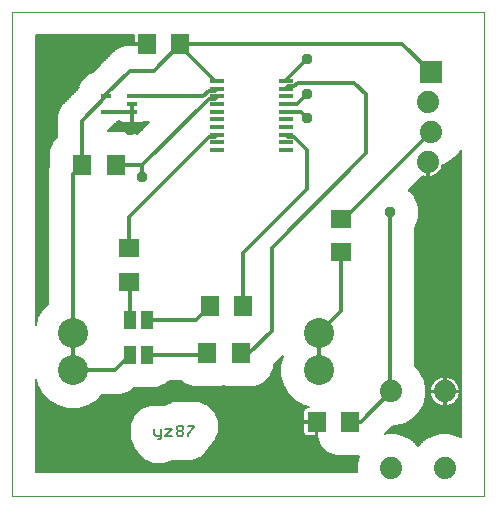
<source format=gtl>
G75*
%MOIN*%
%OFA0B0*%
%FSLAX25Y25*%
%IPPOS*%
%LPD*%
%AMOC8*
5,1,8,0,0,1.08239X$1,22.5*
%
%ADD10C,0.00000*%
%ADD11C,0.00600*%
%ADD12C,0.10000*%
%ADD13R,0.06299X0.07087*%
%ADD14R,0.07400X0.07400*%
%ADD15C,0.07400*%
%ADD16R,0.07098X0.06299*%
%ADD17R,0.06299X0.07098*%
%ADD18R,0.04724X0.01181*%
%ADD19R,0.03937X0.05906*%
%ADD20R,0.03543X0.01575*%
%ADD21C,0.01200*%
%ADD22C,0.03765*%
D10*
X0001300Y0013125D02*
X0001300Y0174542D01*
X0158780Y0174542D01*
X0158780Y0013125D01*
X0001300Y0013125D01*
D11*
X0009200Y0021025D02*
X0009200Y0052172D01*
X0009752Y0050114D01*
X0011450Y0047172D01*
X0013852Y0044771D01*
X0016793Y0043072D01*
X0020074Y0042193D01*
X0023471Y0042193D01*
X0026752Y0043072D01*
X0029693Y0044771D01*
X0031516Y0046593D01*
X0037518Y0046593D01*
X0040642Y0047887D01*
X0041878Y0049122D01*
X0049761Y0049122D01*
X0052665Y0050325D01*
X0053815Y0051475D01*
X0057708Y0051475D01*
X0058707Y0050477D01*
X0061610Y0049274D01*
X0071053Y0049274D01*
X0071930Y0049637D01*
X0072807Y0049274D01*
X0082249Y0049274D01*
X0085153Y0050477D01*
X0087375Y0052699D01*
X0088578Y0055602D01*
X0088578Y0056886D01*
X0091596Y0059904D01*
X0090762Y0056791D01*
X0090762Y0053395D01*
X0091641Y0050114D01*
X0093340Y0047172D01*
X0095741Y0044771D01*
X0098683Y0043072D01*
X0100395Y0042614D01*
X0099633Y0042614D01*
X0099302Y0042525D01*
X0099006Y0042354D01*
X0098764Y0042112D01*
X0098593Y0041815D01*
X0098504Y0041485D01*
X0098504Y0038070D01*
X0102653Y0038070D01*
X0102653Y0037470D01*
X0098504Y0037470D01*
X0098504Y0034056D01*
X0098593Y0033725D01*
X0098764Y0033429D01*
X0099006Y0033187D01*
X0099302Y0033016D01*
X0099633Y0032927D01*
X0102654Y0032927D01*
X0102654Y0037470D01*
X0102928Y0037470D01*
X0102928Y0032656D01*
X0104130Y0029752D01*
X0106353Y0027530D01*
X0109256Y0026327D01*
X0116894Y0026327D01*
X0116233Y0023860D01*
X0116233Y0021025D01*
X0009200Y0021025D01*
X0009200Y0021504D02*
X0116233Y0021504D01*
X0116233Y0022102D02*
X0009200Y0022102D01*
X0009200Y0022701D02*
X0116233Y0022701D01*
X0116233Y0023299D02*
X0009200Y0023299D01*
X0009200Y0023898D02*
X0048052Y0023898D01*
X0048347Y0023775D02*
X0052177Y0023775D01*
X0054915Y0024910D01*
X0061525Y0024910D01*
X0064538Y0026158D01*
X0066845Y0028465D01*
X0067246Y0029433D01*
X0069114Y0031300D01*
X0070362Y0034314D01*
X0070362Y0038144D01*
X0069114Y0041157D01*
X0066807Y0043464D01*
X0063793Y0044713D01*
X0055146Y0044713D01*
X0052408Y0043578D01*
X0049482Y0043578D01*
X0047213Y0043578D01*
X0044199Y0042330D01*
X0041892Y0040023D01*
X0040644Y0037009D01*
X0040644Y0032046D01*
X0041892Y0029032D01*
X0042460Y0028465D01*
X0042626Y0028299D01*
X0043027Y0027330D01*
X0045333Y0025024D01*
X0048347Y0023775D01*
X0046607Y0024496D02*
X0009200Y0024496D01*
X0009200Y0025095D02*
X0045262Y0025095D01*
X0044664Y0025693D02*
X0009200Y0025693D01*
X0009200Y0026292D02*
X0044065Y0026292D01*
X0043467Y0026890D02*
X0009200Y0026890D01*
X0009200Y0027489D02*
X0042961Y0027489D01*
X0042713Y0028087D02*
X0009200Y0028087D01*
X0009200Y0028686D02*
X0042238Y0028686D01*
X0041788Y0029284D02*
X0009200Y0029284D01*
X0009200Y0029883D02*
X0041540Y0029883D01*
X0041292Y0030481D02*
X0009200Y0030481D01*
X0009200Y0031080D02*
X0041044Y0031080D01*
X0040796Y0031678D02*
X0009200Y0031678D01*
X0009200Y0032277D02*
X0040644Y0032277D01*
X0040644Y0032875D02*
X0009200Y0032875D01*
X0009200Y0033474D02*
X0040644Y0033474D01*
X0040644Y0034073D02*
X0009200Y0034073D01*
X0009200Y0034671D02*
X0040644Y0034671D01*
X0040644Y0035270D02*
X0009200Y0035270D01*
X0009200Y0035868D02*
X0040644Y0035868D01*
X0040644Y0036467D02*
X0009200Y0036467D01*
X0009200Y0037065D02*
X0040667Y0037065D01*
X0040915Y0037664D02*
X0009200Y0037664D01*
X0009200Y0038262D02*
X0041163Y0038262D01*
X0041411Y0038861D02*
X0009200Y0038861D01*
X0009200Y0039459D02*
X0041659Y0039459D01*
X0041927Y0040058D02*
X0009200Y0040058D01*
X0009200Y0040656D02*
X0042525Y0040656D01*
X0043124Y0041255D02*
X0009200Y0041255D01*
X0009200Y0041853D02*
X0043722Y0041853D01*
X0044493Y0042452D02*
X0024436Y0042452D01*
X0026669Y0043050D02*
X0045938Y0043050D01*
X0041192Y0048437D02*
X0092610Y0048437D01*
X0092955Y0047838D02*
X0040524Y0047838D01*
X0039079Y0047240D02*
X0093301Y0047240D01*
X0093871Y0046641D02*
X0037634Y0046641D01*
X0041791Y0049035D02*
X0092264Y0049035D01*
X0091918Y0049634D02*
X0083118Y0049634D01*
X0084563Y0050232D02*
X0091610Y0050232D01*
X0091449Y0050831D02*
X0085507Y0050831D01*
X0086106Y0051429D02*
X0091289Y0051429D01*
X0091128Y0052028D02*
X0086704Y0052028D01*
X0087303Y0052626D02*
X0090968Y0052626D01*
X0090808Y0053225D02*
X0087593Y0053225D01*
X0087841Y0053823D02*
X0090762Y0053823D01*
X0090762Y0054422D02*
X0088089Y0054422D01*
X0088337Y0055020D02*
X0090762Y0055020D01*
X0090762Y0055619D02*
X0088578Y0055619D01*
X0088578Y0056217D02*
X0090762Y0056217D01*
X0090769Y0056816D02*
X0088578Y0056816D01*
X0089107Y0057414D02*
X0090929Y0057414D01*
X0091090Y0058013D02*
X0089705Y0058013D01*
X0090304Y0058611D02*
X0091250Y0058611D01*
X0091410Y0059210D02*
X0090902Y0059210D01*
X0091501Y0059809D02*
X0091571Y0059809D01*
X0094469Y0046043D02*
X0030965Y0046043D01*
X0030367Y0045444D02*
X0095068Y0045444D01*
X0095666Y0044846D02*
X0029768Y0044846D01*
X0028787Y0044247D02*
X0054023Y0044247D01*
X0052578Y0043649D02*
X0027750Y0043649D01*
X0019109Y0042452D02*
X0009200Y0042452D01*
X0009200Y0043050D02*
X0016875Y0043050D01*
X0015795Y0043649D02*
X0009200Y0043649D01*
X0009200Y0044247D02*
X0014758Y0044247D01*
X0013776Y0044846D02*
X0009200Y0044846D01*
X0009200Y0045444D02*
X0013178Y0045444D01*
X0012579Y0046043D02*
X0009200Y0046043D01*
X0009200Y0046641D02*
X0011981Y0046641D01*
X0011411Y0047240D02*
X0009200Y0047240D01*
X0009200Y0047838D02*
X0011065Y0047838D01*
X0010720Y0048437D02*
X0009200Y0048437D01*
X0009200Y0049035D02*
X0010374Y0049035D01*
X0010029Y0049634D02*
X0009200Y0049634D01*
X0009200Y0050232D02*
X0009720Y0050232D01*
X0009559Y0050831D02*
X0009200Y0050831D01*
X0009200Y0051429D02*
X0009399Y0051429D01*
X0009239Y0052028D02*
X0009200Y0052028D01*
X0009200Y0070219D02*
X0009200Y0166642D01*
X0042008Y0166642D01*
X0042008Y0164055D01*
X0045760Y0164055D01*
X0045160Y0163455D01*
X0042008Y0163455D01*
X0042008Y0163357D01*
X0038979Y0163357D01*
X0035855Y0162063D01*
X0033464Y0159672D01*
X0028232Y0154439D01*
X0026589Y0153759D01*
X0024366Y0151537D01*
X0023164Y0148633D01*
X0023164Y0148623D01*
X0017511Y0142971D01*
X0016217Y0139847D01*
X0016217Y0132653D01*
X0014870Y0131306D01*
X0013668Y0128403D01*
X0013668Y0122982D01*
X0013272Y0122028D01*
X0013272Y0077041D01*
X0011450Y0075219D01*
X0009752Y0072277D01*
X0009200Y0070219D01*
X0009200Y0070582D02*
X0009297Y0070582D01*
X0009200Y0071180D02*
X0009458Y0071180D01*
X0009618Y0071779D02*
X0009200Y0071779D01*
X0009200Y0072377D02*
X0009809Y0072377D01*
X0010155Y0072976D02*
X0009200Y0072976D01*
X0009200Y0073574D02*
X0010500Y0073574D01*
X0010846Y0074173D02*
X0009200Y0074173D01*
X0009200Y0074771D02*
X0011192Y0074771D01*
X0011601Y0075370D02*
X0009200Y0075370D01*
X0009200Y0075968D02*
X0012200Y0075968D01*
X0012798Y0076567D02*
X0009200Y0076567D01*
X0009200Y0077165D02*
X0013272Y0077165D01*
X0013272Y0077764D02*
X0009200Y0077764D01*
X0009200Y0078362D02*
X0013272Y0078362D01*
X0013272Y0078961D02*
X0009200Y0078961D01*
X0009200Y0079559D02*
X0013272Y0079559D01*
X0013272Y0080158D02*
X0009200Y0080158D01*
X0009200Y0080756D02*
X0013272Y0080756D01*
X0013272Y0081355D02*
X0009200Y0081355D01*
X0009200Y0081953D02*
X0013272Y0081953D01*
X0013272Y0082552D02*
X0009200Y0082552D01*
X0009200Y0083150D02*
X0013272Y0083150D01*
X0013272Y0083749D02*
X0009200Y0083749D01*
X0009200Y0084347D02*
X0013272Y0084347D01*
X0013272Y0084946D02*
X0009200Y0084946D01*
X0009200Y0085544D02*
X0013272Y0085544D01*
X0013272Y0086143D02*
X0009200Y0086143D01*
X0009200Y0086742D02*
X0013272Y0086742D01*
X0013272Y0087340D02*
X0009200Y0087340D01*
X0009200Y0087939D02*
X0013272Y0087939D01*
X0013272Y0088537D02*
X0009200Y0088537D01*
X0009200Y0089136D02*
X0013272Y0089136D01*
X0013272Y0089734D02*
X0009200Y0089734D01*
X0009200Y0090333D02*
X0013272Y0090333D01*
X0013272Y0090931D02*
X0009200Y0090931D01*
X0009200Y0091530D02*
X0013272Y0091530D01*
X0013272Y0092128D02*
X0009200Y0092128D01*
X0009200Y0092727D02*
X0013272Y0092727D01*
X0013272Y0093325D02*
X0009200Y0093325D01*
X0009200Y0093924D02*
X0013272Y0093924D01*
X0013272Y0094522D02*
X0009200Y0094522D01*
X0009200Y0095121D02*
X0013272Y0095121D01*
X0013272Y0095719D02*
X0009200Y0095719D01*
X0009200Y0096318D02*
X0013272Y0096318D01*
X0013272Y0096916D02*
X0009200Y0096916D01*
X0009200Y0097515D02*
X0013272Y0097515D01*
X0013272Y0098113D02*
X0009200Y0098113D01*
X0009200Y0098712D02*
X0013272Y0098712D01*
X0013272Y0099310D02*
X0009200Y0099310D01*
X0009200Y0099909D02*
X0013272Y0099909D01*
X0013272Y0100507D02*
X0009200Y0100507D01*
X0009200Y0101106D02*
X0013272Y0101106D01*
X0013272Y0101704D02*
X0009200Y0101704D01*
X0009200Y0102303D02*
X0013272Y0102303D01*
X0013272Y0102901D02*
X0009200Y0102901D01*
X0009200Y0103500D02*
X0013272Y0103500D01*
X0013272Y0104098D02*
X0009200Y0104098D01*
X0009200Y0104697D02*
X0013272Y0104697D01*
X0013272Y0105295D02*
X0009200Y0105295D01*
X0009200Y0105894D02*
X0013272Y0105894D01*
X0013272Y0106492D02*
X0009200Y0106492D01*
X0009200Y0107091D02*
X0013272Y0107091D01*
X0013272Y0107689D02*
X0009200Y0107689D01*
X0009200Y0108288D02*
X0013272Y0108288D01*
X0013272Y0108886D02*
X0009200Y0108886D01*
X0009200Y0109485D02*
X0013272Y0109485D01*
X0013272Y0110083D02*
X0009200Y0110083D01*
X0009200Y0110682D02*
X0013272Y0110682D01*
X0013272Y0111280D02*
X0009200Y0111280D01*
X0009200Y0111879D02*
X0013272Y0111879D01*
X0013272Y0112477D02*
X0009200Y0112477D01*
X0009200Y0113076D02*
X0013272Y0113076D01*
X0013272Y0113675D02*
X0009200Y0113675D01*
X0009200Y0114273D02*
X0013272Y0114273D01*
X0013272Y0114872D02*
X0009200Y0114872D01*
X0009200Y0115470D02*
X0013272Y0115470D01*
X0013272Y0116069D02*
X0009200Y0116069D01*
X0009200Y0116667D02*
X0013272Y0116667D01*
X0013272Y0117266D02*
X0009200Y0117266D01*
X0009200Y0117864D02*
X0013272Y0117864D01*
X0013272Y0118463D02*
X0009200Y0118463D01*
X0009200Y0119061D02*
X0013272Y0119061D01*
X0013272Y0119660D02*
X0009200Y0119660D01*
X0009200Y0120258D02*
X0013272Y0120258D01*
X0013272Y0120857D02*
X0009200Y0120857D01*
X0009200Y0121455D02*
X0013272Y0121455D01*
X0013283Y0122054D02*
X0009200Y0122054D01*
X0009200Y0122652D02*
X0013531Y0122652D01*
X0013668Y0123251D02*
X0009200Y0123251D01*
X0009200Y0123849D02*
X0013668Y0123849D01*
X0013668Y0124448D02*
X0009200Y0124448D01*
X0009200Y0125046D02*
X0013668Y0125046D01*
X0013668Y0125645D02*
X0009200Y0125645D01*
X0009200Y0126243D02*
X0013668Y0126243D01*
X0013668Y0126842D02*
X0009200Y0126842D01*
X0009200Y0127440D02*
X0013668Y0127440D01*
X0013668Y0128039D02*
X0009200Y0128039D01*
X0009200Y0128637D02*
X0013765Y0128637D01*
X0014013Y0129236D02*
X0009200Y0129236D01*
X0009200Y0129834D02*
X0014261Y0129834D01*
X0014509Y0130433D02*
X0009200Y0130433D01*
X0009200Y0131031D02*
X0014757Y0131031D01*
X0015194Y0131630D02*
X0009200Y0131630D01*
X0009200Y0132228D02*
X0015792Y0132228D01*
X0016217Y0132827D02*
X0009200Y0132827D01*
X0009200Y0133425D02*
X0016217Y0133425D01*
X0016217Y0134024D02*
X0009200Y0134024D01*
X0009200Y0134622D02*
X0016217Y0134622D01*
X0016217Y0135221D02*
X0009200Y0135221D01*
X0009200Y0135819D02*
X0016217Y0135819D01*
X0016217Y0136418D02*
X0009200Y0136418D01*
X0009200Y0137016D02*
X0016217Y0137016D01*
X0016217Y0137615D02*
X0009200Y0137615D01*
X0009200Y0138213D02*
X0016217Y0138213D01*
X0016217Y0138812D02*
X0009200Y0138812D01*
X0009200Y0139411D02*
X0016217Y0139411D01*
X0016284Y0140009D02*
X0009200Y0140009D01*
X0009200Y0140608D02*
X0016532Y0140608D01*
X0016780Y0141206D02*
X0009200Y0141206D01*
X0009200Y0141805D02*
X0017028Y0141805D01*
X0017276Y0142403D02*
X0009200Y0142403D01*
X0009200Y0143002D02*
X0017542Y0143002D01*
X0018140Y0143600D02*
X0009200Y0143600D01*
X0009200Y0144199D02*
X0018739Y0144199D01*
X0019338Y0144797D02*
X0009200Y0144797D01*
X0009200Y0145396D02*
X0019936Y0145396D01*
X0020535Y0145994D02*
X0009200Y0145994D01*
X0009200Y0146593D02*
X0021133Y0146593D01*
X0021732Y0147191D02*
X0009200Y0147191D01*
X0009200Y0147790D02*
X0022330Y0147790D01*
X0022929Y0148388D02*
X0009200Y0148388D01*
X0009200Y0148987D02*
X0023310Y0148987D01*
X0023558Y0149585D02*
X0009200Y0149585D01*
X0009200Y0150184D02*
X0023806Y0150184D01*
X0024054Y0150782D02*
X0009200Y0150782D01*
X0009200Y0151381D02*
X0024302Y0151381D01*
X0024809Y0151979D02*
X0009200Y0151979D01*
X0009200Y0152578D02*
X0025408Y0152578D01*
X0026006Y0153176D02*
X0009200Y0153176D01*
X0009200Y0153775D02*
X0026627Y0153775D01*
X0028072Y0154373D02*
X0009200Y0154373D01*
X0009200Y0154972D02*
X0028764Y0154972D01*
X0029363Y0155570D02*
X0009200Y0155570D01*
X0009200Y0156169D02*
X0029961Y0156169D01*
X0030560Y0156767D02*
X0009200Y0156767D01*
X0009200Y0157366D02*
X0031158Y0157366D01*
X0031757Y0157964D02*
X0009200Y0157964D01*
X0009200Y0158563D02*
X0032355Y0158563D01*
X0032954Y0159161D02*
X0009200Y0159161D01*
X0009200Y0159760D02*
X0033552Y0159760D01*
X0034151Y0160358D02*
X0009200Y0160358D01*
X0009200Y0160957D02*
X0034749Y0160957D01*
X0035348Y0161555D02*
X0009200Y0161555D01*
X0009200Y0162154D02*
X0036075Y0162154D01*
X0037520Y0162752D02*
X0009200Y0162752D01*
X0009200Y0163351D02*
X0038965Y0163351D01*
X0042008Y0164548D02*
X0009200Y0164548D01*
X0009200Y0165146D02*
X0042008Y0165146D01*
X0042008Y0165745D02*
X0009200Y0165745D01*
X0009200Y0166344D02*
X0042008Y0166344D01*
X0045655Y0163949D02*
X0009200Y0163949D01*
X0036169Y0137587D02*
X0033313Y0134731D01*
X0040635Y0134731D01*
X0043051Y0133731D01*
X0047094Y0137774D01*
X0045292Y0137774D01*
X0044840Y0137587D01*
X0038154Y0137587D01*
X0037166Y0137996D01*
X0036178Y0137587D01*
X0036169Y0137587D01*
X0036246Y0137615D02*
X0038086Y0137615D01*
X0035598Y0137016D02*
X0046336Y0137016D01*
X0045738Y0136418D02*
X0035000Y0136418D01*
X0034401Y0135819D02*
X0045139Y0135819D01*
X0044541Y0135221D02*
X0033803Y0135221D01*
X0040898Y0134622D02*
X0043942Y0134622D01*
X0043344Y0134024D02*
X0042343Y0134024D01*
X0044908Y0137615D02*
X0046935Y0137615D01*
X0053769Y0051429D02*
X0057754Y0051429D01*
X0058353Y0050831D02*
X0053171Y0050831D01*
X0052441Y0050232D02*
X0059296Y0050232D01*
X0060741Y0049634D02*
X0050996Y0049634D01*
X0051113Y0035378D02*
X0051113Y0032543D01*
X0050546Y0031975D01*
X0049978Y0031975D01*
X0049411Y0033110D02*
X0051113Y0033110D01*
X0052527Y0033110D02*
X0054796Y0033110D01*
X0056210Y0033677D02*
X0056210Y0034244D01*
X0056778Y0034811D01*
X0057912Y0034811D01*
X0058479Y0034244D01*
X0058479Y0033677D01*
X0057912Y0033110D01*
X0056778Y0033110D01*
X0056210Y0033677D01*
X0056778Y0034811D02*
X0056210Y0035378D01*
X0056210Y0035945D01*
X0056778Y0036513D01*
X0057912Y0036513D01*
X0058479Y0035945D01*
X0058479Y0035378D01*
X0057912Y0034811D01*
X0059894Y0033677D02*
X0059894Y0033110D01*
X0059894Y0033677D02*
X0062162Y0035945D01*
X0062162Y0036513D01*
X0059894Y0036513D01*
X0054796Y0035378D02*
X0052527Y0033110D01*
X0052527Y0035378D02*
X0054796Y0035378D01*
X0049411Y0033110D02*
X0048844Y0033677D01*
X0048844Y0035378D01*
X0053917Y0024496D02*
X0116404Y0024496D01*
X0116243Y0023898D02*
X0052472Y0023898D01*
X0061972Y0025095D02*
X0116564Y0025095D01*
X0116724Y0025693D02*
X0063417Y0025693D01*
X0064672Y0026292D02*
X0116885Y0026292D01*
X0125688Y0033767D02*
X0128254Y0036332D01*
X0129360Y0036332D01*
X0132310Y0037123D01*
X0134956Y0038650D01*
X0137115Y0040810D01*
X0138643Y0043455D01*
X0139433Y0046405D01*
X0139433Y0049460D01*
X0138643Y0052410D01*
X0137115Y0055055D01*
X0135784Y0056386D01*
X0135784Y0102570D01*
X0137067Y0105667D01*
X0137067Y0109559D01*
X0135578Y0113154D01*
X0133690Y0115041D01*
X0138246Y0119597D01*
X0138763Y0119429D01*
X0139540Y0119306D01*
X0139634Y0119306D01*
X0139634Y0120985D01*
X0140234Y0121585D01*
X0140234Y0119306D01*
X0140327Y0119306D01*
X0141105Y0119429D01*
X0141853Y0119672D01*
X0142554Y0120029D01*
X0143191Y0120492D01*
X0143748Y0121048D01*
X0144210Y0121685D01*
X0144568Y0122386D01*
X0144811Y0123135D01*
X0144844Y0123344D01*
X0145411Y0123496D01*
X0148056Y0125023D01*
X0150216Y0127183D01*
X0150880Y0128334D01*
X0150880Y0032698D01*
X0150110Y0033142D01*
X0147160Y0033932D01*
X0144106Y0033932D01*
X0141156Y0033142D01*
X0138510Y0031615D01*
X0136733Y0029837D01*
X0134956Y0031615D01*
X0132310Y0033142D01*
X0129360Y0033932D01*
X0126306Y0033932D01*
X0125688Y0033767D01*
X0125994Y0034073D02*
X0150880Y0034073D01*
X0150880Y0034671D02*
X0126592Y0034671D01*
X0127191Y0035270D02*
X0150880Y0035270D01*
X0150880Y0035868D02*
X0127789Y0035868D01*
X0129861Y0036467D02*
X0150880Y0036467D01*
X0150880Y0037065D02*
X0132094Y0037065D01*
X0133247Y0037664D02*
X0150880Y0037664D01*
X0150880Y0038262D02*
X0134283Y0038262D01*
X0135166Y0038861D02*
X0150880Y0038861D01*
X0150880Y0039459D02*
X0135765Y0039459D01*
X0136363Y0040058D02*
X0150880Y0040058D01*
X0150880Y0040656D02*
X0136962Y0040656D01*
X0137372Y0041255D02*
X0150880Y0041255D01*
X0150880Y0041853D02*
X0137718Y0041853D01*
X0138063Y0042452D02*
X0150880Y0042452D01*
X0150880Y0043050D02*
X0146770Y0043050D01*
X0146804Y0043056D02*
X0147552Y0043299D01*
X0148254Y0043656D01*
X0148890Y0044119D01*
X0149447Y0044675D01*
X0149909Y0045312D01*
X0150267Y0046013D01*
X0150510Y0046762D01*
X0150633Y0047539D01*
X0150633Y0047632D01*
X0145933Y0047632D01*
X0145933Y0042932D01*
X0146027Y0042932D01*
X0146804Y0043056D01*
X0145933Y0043050D02*
X0145333Y0043050D01*
X0145333Y0042932D02*
X0145333Y0047632D01*
X0145933Y0047632D01*
X0145933Y0048232D01*
X0150633Y0048232D01*
X0150633Y0048326D01*
X0150510Y0049103D01*
X0150267Y0049852D01*
X0149909Y0050553D01*
X0149447Y0051190D01*
X0148890Y0051746D01*
X0148254Y0052209D01*
X0147552Y0052566D01*
X0146804Y0052809D01*
X0146027Y0052932D01*
X0145933Y0052932D01*
X0145933Y0048233D01*
X0145333Y0048233D01*
X0145333Y0052932D01*
X0145240Y0052932D01*
X0144462Y0052809D01*
X0143714Y0052566D01*
X0143012Y0052209D01*
X0142376Y0051746D01*
X0141819Y0051190D01*
X0141357Y0050553D01*
X0140999Y0049852D01*
X0140756Y0049103D01*
X0140633Y0048326D01*
X0140633Y0048232D01*
X0145333Y0048232D01*
X0145333Y0047632D01*
X0140633Y0047632D01*
X0140633Y0047539D01*
X0140756Y0046762D01*
X0140999Y0046013D01*
X0141357Y0045312D01*
X0141819Y0044675D01*
X0142376Y0044119D01*
X0143012Y0043656D01*
X0143714Y0043299D01*
X0144462Y0043056D01*
X0145240Y0042932D01*
X0145333Y0042932D01*
X0145333Y0043649D02*
X0145933Y0043649D01*
X0145933Y0044247D02*
X0145333Y0044247D01*
X0145333Y0044846D02*
X0145933Y0044846D01*
X0145933Y0045444D02*
X0145333Y0045444D01*
X0145333Y0046043D02*
X0145933Y0046043D01*
X0145933Y0046641D02*
X0145333Y0046641D01*
X0145333Y0047240D02*
X0145933Y0047240D01*
X0145933Y0047838D02*
X0150880Y0047838D01*
X0150880Y0047240D02*
X0150586Y0047240D01*
X0150471Y0046641D02*
X0150880Y0046641D01*
X0150880Y0046043D02*
X0150276Y0046043D01*
X0149977Y0045444D02*
X0150880Y0045444D01*
X0150880Y0044846D02*
X0149571Y0044846D01*
X0149019Y0044247D02*
X0150880Y0044247D01*
X0150880Y0043649D02*
X0148239Y0043649D01*
X0144496Y0043050D02*
X0138409Y0043050D01*
X0138694Y0043649D02*
X0143027Y0043649D01*
X0142247Y0044247D02*
X0138855Y0044247D01*
X0139015Y0044846D02*
X0141695Y0044846D01*
X0141289Y0045444D02*
X0139176Y0045444D01*
X0139336Y0046043D02*
X0140990Y0046043D01*
X0140795Y0046641D02*
X0139433Y0046641D01*
X0139433Y0047240D02*
X0140680Y0047240D01*
X0140651Y0048437D02*
X0139433Y0048437D01*
X0139433Y0049035D02*
X0140745Y0049035D01*
X0140929Y0049634D02*
X0139386Y0049634D01*
X0139226Y0050232D02*
X0141193Y0050232D01*
X0141559Y0050831D02*
X0139066Y0050831D01*
X0138905Y0051429D02*
X0142059Y0051429D01*
X0142763Y0052028D02*
X0138745Y0052028D01*
X0138518Y0052626D02*
X0143899Y0052626D01*
X0145333Y0052626D02*
X0145933Y0052626D01*
X0145933Y0052028D02*
X0145333Y0052028D01*
X0145333Y0051429D02*
X0145933Y0051429D01*
X0145933Y0050831D02*
X0145333Y0050831D01*
X0145333Y0050232D02*
X0145933Y0050232D01*
X0145933Y0049634D02*
X0145333Y0049634D01*
X0145333Y0049035D02*
X0145933Y0049035D01*
X0145933Y0048437D02*
X0145333Y0048437D01*
X0145333Y0047838D02*
X0139433Y0047838D01*
X0138172Y0053225D02*
X0150880Y0053225D01*
X0150880Y0053823D02*
X0137826Y0053823D01*
X0137481Y0054422D02*
X0150880Y0054422D01*
X0150880Y0055020D02*
X0137135Y0055020D01*
X0136552Y0055619D02*
X0150880Y0055619D01*
X0150880Y0056217D02*
X0135953Y0056217D01*
X0135784Y0056816D02*
X0150880Y0056816D01*
X0150880Y0057414D02*
X0135784Y0057414D01*
X0135784Y0058013D02*
X0150880Y0058013D01*
X0150880Y0058611D02*
X0135784Y0058611D01*
X0135784Y0059210D02*
X0150880Y0059210D01*
X0150880Y0059809D02*
X0135784Y0059809D01*
X0135784Y0060407D02*
X0150880Y0060407D01*
X0150880Y0061006D02*
X0135784Y0061006D01*
X0135784Y0061604D02*
X0150880Y0061604D01*
X0150880Y0062203D02*
X0135784Y0062203D01*
X0135784Y0062801D02*
X0150880Y0062801D01*
X0150880Y0063400D02*
X0135784Y0063400D01*
X0135784Y0063998D02*
X0150880Y0063998D01*
X0150880Y0064597D02*
X0135784Y0064597D01*
X0135784Y0065195D02*
X0150880Y0065195D01*
X0150880Y0065794D02*
X0135784Y0065794D01*
X0135784Y0066392D02*
X0150880Y0066392D01*
X0150880Y0066991D02*
X0135784Y0066991D01*
X0135784Y0067589D02*
X0150880Y0067589D01*
X0150880Y0068188D02*
X0135784Y0068188D01*
X0135784Y0068786D02*
X0150880Y0068786D01*
X0150880Y0069385D02*
X0135784Y0069385D01*
X0135784Y0069983D02*
X0150880Y0069983D01*
X0150880Y0070582D02*
X0135784Y0070582D01*
X0135784Y0071180D02*
X0150880Y0071180D01*
X0150880Y0071779D02*
X0135784Y0071779D01*
X0135784Y0072377D02*
X0150880Y0072377D01*
X0150880Y0072976D02*
X0135784Y0072976D01*
X0135784Y0073574D02*
X0150880Y0073574D01*
X0150880Y0074173D02*
X0135784Y0074173D01*
X0135784Y0074771D02*
X0150880Y0074771D01*
X0150880Y0075370D02*
X0135784Y0075370D01*
X0135784Y0075968D02*
X0150880Y0075968D01*
X0150880Y0076567D02*
X0135784Y0076567D01*
X0135784Y0077165D02*
X0150880Y0077165D01*
X0150880Y0077764D02*
X0135784Y0077764D01*
X0135784Y0078362D02*
X0150880Y0078362D01*
X0150880Y0078961D02*
X0135784Y0078961D01*
X0135784Y0079559D02*
X0150880Y0079559D01*
X0150880Y0080158D02*
X0135784Y0080158D01*
X0135784Y0080756D02*
X0150880Y0080756D01*
X0150880Y0081355D02*
X0135784Y0081355D01*
X0135784Y0081953D02*
X0150880Y0081953D01*
X0150880Y0082552D02*
X0135784Y0082552D01*
X0135784Y0083150D02*
X0150880Y0083150D01*
X0150880Y0083749D02*
X0135784Y0083749D01*
X0135784Y0084347D02*
X0150880Y0084347D01*
X0150880Y0084946D02*
X0135784Y0084946D01*
X0135784Y0085544D02*
X0150880Y0085544D01*
X0150880Y0086143D02*
X0135784Y0086143D01*
X0135784Y0086742D02*
X0150880Y0086742D01*
X0150880Y0087340D02*
X0135784Y0087340D01*
X0135784Y0087939D02*
X0150880Y0087939D01*
X0150880Y0088537D02*
X0135784Y0088537D01*
X0135784Y0089136D02*
X0150880Y0089136D01*
X0150880Y0089734D02*
X0135784Y0089734D01*
X0135784Y0090333D02*
X0150880Y0090333D01*
X0150880Y0090931D02*
X0135784Y0090931D01*
X0135784Y0091530D02*
X0150880Y0091530D01*
X0150880Y0092128D02*
X0135784Y0092128D01*
X0135784Y0092727D02*
X0150880Y0092727D01*
X0150880Y0093325D02*
X0135784Y0093325D01*
X0135784Y0093924D02*
X0150880Y0093924D01*
X0150880Y0094522D02*
X0135784Y0094522D01*
X0135784Y0095121D02*
X0150880Y0095121D01*
X0150880Y0095719D02*
X0135784Y0095719D01*
X0135784Y0096318D02*
X0150880Y0096318D01*
X0150880Y0096916D02*
X0135784Y0096916D01*
X0135784Y0097515D02*
X0150880Y0097515D01*
X0150880Y0098113D02*
X0135784Y0098113D01*
X0135784Y0098712D02*
X0150880Y0098712D01*
X0150880Y0099310D02*
X0135784Y0099310D01*
X0135784Y0099909D02*
X0150880Y0099909D01*
X0150880Y0100507D02*
X0135784Y0100507D01*
X0135784Y0101106D02*
X0150880Y0101106D01*
X0150880Y0101704D02*
X0135784Y0101704D01*
X0135784Y0102303D02*
X0150880Y0102303D01*
X0150880Y0102901D02*
X0135921Y0102901D01*
X0136169Y0103500D02*
X0150880Y0103500D01*
X0150880Y0104098D02*
X0136417Y0104098D01*
X0136665Y0104697D02*
X0150880Y0104697D01*
X0150880Y0105295D02*
X0136913Y0105295D01*
X0137067Y0105894D02*
X0150880Y0105894D01*
X0150880Y0106492D02*
X0137067Y0106492D01*
X0137067Y0107091D02*
X0150880Y0107091D01*
X0150880Y0107689D02*
X0137067Y0107689D01*
X0137067Y0108288D02*
X0150880Y0108288D01*
X0150880Y0108886D02*
X0137067Y0108886D01*
X0137067Y0109485D02*
X0150880Y0109485D01*
X0150880Y0110083D02*
X0136850Y0110083D01*
X0136602Y0110682D02*
X0150880Y0110682D01*
X0150880Y0111280D02*
X0136354Y0111280D01*
X0136106Y0111879D02*
X0150880Y0111879D01*
X0150880Y0112477D02*
X0135858Y0112477D01*
X0135610Y0113076D02*
X0150880Y0113076D01*
X0150880Y0113675D02*
X0135057Y0113675D01*
X0134459Y0114273D02*
X0150880Y0114273D01*
X0150880Y0114872D02*
X0133860Y0114872D01*
X0134119Y0115470D02*
X0150880Y0115470D01*
X0150880Y0116069D02*
X0134718Y0116069D01*
X0135316Y0116667D02*
X0150880Y0116667D01*
X0150880Y0117266D02*
X0135915Y0117266D01*
X0136513Y0117864D02*
X0150880Y0117864D01*
X0150880Y0118463D02*
X0137112Y0118463D01*
X0137710Y0119061D02*
X0150880Y0119061D01*
X0150880Y0119660D02*
X0141815Y0119660D01*
X0142869Y0120258D02*
X0150880Y0120258D01*
X0150880Y0120857D02*
X0143556Y0120857D01*
X0144043Y0121455D02*
X0150880Y0121455D01*
X0150880Y0122054D02*
X0144398Y0122054D01*
X0144654Y0122652D02*
X0150880Y0122652D01*
X0150880Y0123251D02*
X0144829Y0123251D01*
X0146023Y0123849D02*
X0150880Y0123849D01*
X0150880Y0124448D02*
X0147059Y0124448D01*
X0148079Y0125046D02*
X0150880Y0125046D01*
X0150880Y0125645D02*
X0148678Y0125645D01*
X0149276Y0126243D02*
X0150880Y0126243D01*
X0150880Y0126842D02*
X0149875Y0126842D01*
X0150365Y0127440D02*
X0150880Y0127440D01*
X0150880Y0128039D02*
X0150710Y0128039D01*
X0140234Y0121455D02*
X0140104Y0121455D01*
X0140234Y0120857D02*
X0139634Y0120857D01*
X0139634Y0120258D02*
X0140234Y0120258D01*
X0140234Y0119660D02*
X0139634Y0119660D01*
X0147367Y0052626D02*
X0150880Y0052626D01*
X0150880Y0052028D02*
X0148503Y0052028D01*
X0149207Y0051429D02*
X0150880Y0051429D01*
X0150880Y0050831D02*
X0149708Y0050831D01*
X0150073Y0050232D02*
X0150880Y0050232D01*
X0150880Y0049634D02*
X0150338Y0049634D01*
X0150521Y0049035D02*
X0150880Y0049035D01*
X0150880Y0048437D02*
X0150616Y0048437D01*
X0150880Y0033474D02*
X0148871Y0033474D01*
X0150572Y0032875D02*
X0150880Y0032875D01*
X0142395Y0033474D02*
X0131071Y0033474D01*
X0132772Y0032875D02*
X0140694Y0032875D01*
X0139657Y0032277D02*
X0133809Y0032277D01*
X0134845Y0031678D02*
X0138621Y0031678D01*
X0137976Y0031080D02*
X0135490Y0031080D01*
X0136089Y0030481D02*
X0137377Y0030481D01*
X0136779Y0029883D02*
X0136687Y0029883D01*
X0107896Y0026890D02*
X0065271Y0026890D01*
X0065869Y0027489D02*
X0106451Y0027489D01*
X0105795Y0028087D02*
X0066468Y0028087D01*
X0066937Y0028686D02*
X0105196Y0028686D01*
X0104598Y0029284D02*
X0067185Y0029284D01*
X0067696Y0029883D02*
X0104076Y0029883D01*
X0103828Y0030481D02*
X0068295Y0030481D01*
X0068893Y0031080D02*
X0103580Y0031080D01*
X0103332Y0031678D02*
X0069270Y0031678D01*
X0069518Y0032277D02*
X0103084Y0032277D01*
X0102928Y0032875D02*
X0069766Y0032875D01*
X0070014Y0033474D02*
X0098738Y0033474D01*
X0098504Y0034073D02*
X0070262Y0034073D01*
X0070362Y0034671D02*
X0098504Y0034671D01*
X0098504Y0035270D02*
X0070362Y0035270D01*
X0070362Y0035868D02*
X0098504Y0035868D01*
X0098504Y0036467D02*
X0070362Y0036467D01*
X0070362Y0037065D02*
X0098504Y0037065D01*
X0098504Y0038262D02*
X0070313Y0038262D01*
X0070362Y0037664D02*
X0102653Y0037664D01*
X0102654Y0037065D02*
X0102928Y0037065D01*
X0102928Y0036467D02*
X0102654Y0036467D01*
X0102654Y0035868D02*
X0102928Y0035868D01*
X0102928Y0035270D02*
X0102654Y0035270D01*
X0102654Y0034671D02*
X0102928Y0034671D01*
X0102928Y0034073D02*
X0102654Y0034073D01*
X0102654Y0033474D02*
X0102928Y0033474D01*
X0098504Y0038861D02*
X0070065Y0038861D01*
X0069817Y0039459D02*
X0098504Y0039459D01*
X0098504Y0040058D02*
X0069569Y0040058D01*
X0069321Y0040656D02*
X0098504Y0040656D01*
X0098504Y0041255D02*
X0069017Y0041255D01*
X0068418Y0041853D02*
X0098614Y0041853D01*
X0099175Y0042452D02*
X0067820Y0042452D01*
X0067221Y0043050D02*
X0098765Y0043050D01*
X0097685Y0043649D02*
X0066362Y0043649D01*
X0064917Y0044247D02*
X0096648Y0044247D01*
X0071938Y0049634D02*
X0071922Y0049634D01*
D12*
X0103662Y0055093D03*
X0103662Y0067298D03*
X0021772Y0067298D03*
X0021772Y0055093D03*
D13*
X0102954Y0037770D03*
X0113977Y0037770D03*
X0057481Y0163755D03*
X0046457Y0163755D03*
D14*
X0140934Y0154306D03*
D15*
X0139934Y0144306D03*
X0140934Y0134306D03*
X0139934Y0124306D03*
X0145633Y0047932D03*
X0127833Y0047932D03*
X0127833Y0022332D03*
X0145633Y0022332D03*
D16*
X0111182Y0094337D03*
X0111182Y0105534D03*
X0040316Y0095731D03*
X0040316Y0084534D03*
D17*
X0066331Y0060723D03*
X0077528Y0060723D03*
X0078473Y0076471D03*
X0067276Y0076471D03*
X0035914Y0123282D03*
X0024717Y0123282D03*
D18*
X0069764Y0128420D03*
X0069764Y0130979D03*
X0069764Y0133538D03*
X0069764Y0136097D03*
X0069764Y0138656D03*
X0069764Y0141215D03*
X0069764Y0143774D03*
X0069764Y0146333D03*
X0069764Y0148892D03*
X0069764Y0151451D03*
X0092599Y0151451D03*
X0092599Y0148892D03*
X0092599Y0146333D03*
X0092599Y0143774D03*
X0092599Y0141215D03*
X0092599Y0138656D03*
X0092599Y0136097D03*
X0092599Y0133538D03*
X0092599Y0130979D03*
X0092599Y0128420D03*
D19*
X0046221Y0071786D03*
X0040709Y0071786D03*
X0040709Y0059975D03*
X0046221Y0059975D03*
D20*
X0041497Y0141156D03*
X0041497Y0143715D03*
X0041497Y0146274D03*
X0032835Y0146274D03*
X0032835Y0141156D03*
D21*
X0041497Y0141156D01*
X0041497Y0135999D01*
X0040670Y0135172D01*
X0041497Y0141156D02*
X0041497Y0143715D01*
X0041497Y0146274D02*
X0065056Y0146274D01*
X0066905Y0148124D01*
X0068996Y0148124D01*
X0069764Y0148892D01*
X0069764Y0151451D02*
X0068956Y0151451D01*
X0057067Y0163340D01*
X0057481Y0163755D01*
X0131485Y0163755D01*
X0140934Y0154306D01*
X0140934Y0134306D02*
X0112162Y0105534D01*
X0111182Y0105534D01*
X0111182Y0094337D02*
X0111182Y0074818D01*
X0103662Y0067298D01*
X0103662Y0055093D01*
X0113977Y0037770D02*
X0117671Y0037770D01*
X0127833Y0047932D01*
X0127284Y0048481D01*
X0127284Y0107613D01*
X0119410Y0127298D02*
X0119410Y0146983D01*
X0115473Y0150920D01*
X0096718Y0150920D01*
X0095458Y0149660D01*
X0093368Y0149660D01*
X0092599Y0148892D01*
X0092599Y0151451D02*
X0092599Y0151668D01*
X0099725Y0158794D01*
X0099725Y0146983D02*
X0096517Y0143774D01*
X0092599Y0143774D01*
X0092599Y0141215D02*
X0097619Y0141215D01*
X0099725Y0139109D01*
X0095458Y0132770D02*
X0099725Y0128502D01*
X0099725Y0115487D01*
X0078473Y0094235D01*
X0078473Y0076471D01*
X0087914Y0068243D02*
X0087914Y0095802D01*
X0119410Y0127298D01*
X0095458Y0132770D02*
X0093368Y0132770D01*
X0092599Y0133538D01*
X0069764Y0133538D02*
X0068996Y0132770D01*
X0066905Y0132770D01*
X0040316Y0106180D01*
X0040316Y0095731D01*
X0040316Y0084534D02*
X0040709Y0084140D01*
X0040709Y0071786D01*
X0046221Y0071786D02*
X0062591Y0071786D01*
X0067276Y0076471D01*
X0066331Y0060723D02*
X0065583Y0059975D01*
X0046221Y0059975D01*
X0040709Y0059975D02*
X0035828Y0055093D01*
X0021772Y0055093D01*
X0021772Y0067298D01*
X0021772Y0120337D01*
X0024717Y0123282D01*
X0024717Y0138156D01*
X0032835Y0146274D01*
X0032835Y0147022D01*
X0040670Y0154857D01*
X0048583Y0154857D01*
X0057067Y0163340D01*
X0066905Y0145565D02*
X0044623Y0123282D01*
X0044623Y0119439D01*
X0044607Y0119424D01*
X0044623Y0123282D02*
X0035914Y0123282D01*
X0066905Y0145565D02*
X0068996Y0145565D01*
X0069764Y0146333D01*
X0087914Y0068243D02*
X0080394Y0060723D01*
X0077528Y0060723D01*
D22*
X0080040Y0032810D03*
X0020985Y0028873D03*
X0044607Y0119424D03*
X0040670Y0135172D03*
X0017048Y0158794D03*
X0099725Y0158794D03*
X0099725Y0146983D03*
X0099725Y0139109D03*
X0127284Y0107613D03*
X0143032Y0072180D03*
M02*

</source>
